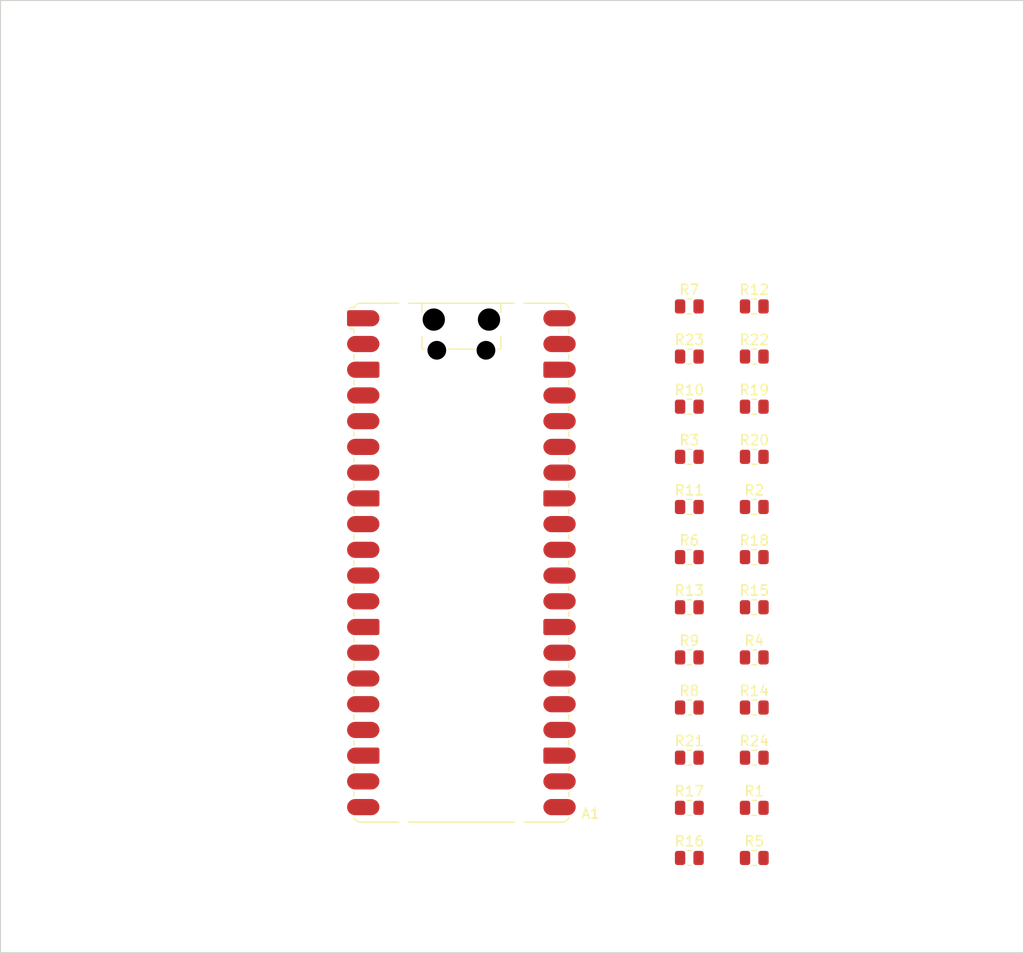
<source format=kicad_pcb>
(kicad_pcb (version 20241229) (generator "pcbnew") (generator_version "9.0")
  (layers (0 "F.Cu" signal) (2 "B.Cu" signal) (13 "F.Paste" user) (15 "B.Paste" user) (5 "F.SilkS" user "F.Silkscreen") (7 "B.SilkS" user "B.Silkscreen") (1 "F.Mask" user) (3 "B.Mask" user) (25 "Edge.Cuts" user))
  (net 0 "")
  (net 2 "Net-(A1-GND-Pad13)")
  (net 35 "+3.3V")
  (net 37 "Net-(R2-Pad2)")
  (net 38 "Net-(R3-Pad2)")
  (net 39 "Net-(R4-Pad2)")
  (net 40 "Net-(R5-Pad2)")
  (net 41 "Net-(R6-Pad2)")
  (net 42 "Net-(R7-Pad2)")
  (net 43 "Net-(R8-Pad2)")
  (net 44 "Net-(R9-Pad2)")
  (net 45 "Net-(R10-Pad2)")
  (net 46 "Net-(R11-Pad2)")
  (net 47 "Net-(R12-Pad2)")
  (net 48 "Net-(R13-Pad2)")
  (net 49 "Net-(R14-Pad2)")
  (net 50 "Net-(R15-Pad2)")
  (net 51 "Net-(R16-Pad2)")
  (net 52 "Net-(R17-Pad2)")
  (net 53 "Net-(R18-Pad2)")
  (net 54 "Net-(R19-Pad2)")
  (net 55 "Net-(R20-Pad2)")
  (net 56 "Net-(R21-Pad2)")
  (net 57 "Net-(R22-Pad2)")
  (net 58 "Net-(R23-Pad2)")
  (net 59 "Net-(R24-Pad2)")
  (footprint "Resistor_SMD:R_0805_2012Metric" (layer "F.Cu") (at 22.5025 -15.4)
    (property "Reference" "R10" (at 0 -1.65 0) (layer "F.SilkS"))
    (property "Value" "R_Small")
    (fp_line (start -0.227064 -0.735) (end 0.227064 -0.735) (stroke (width 0.12)) (layer "F.SilkS"))
    (fp_line (start -0.227064 0.735) (end 0.227064 0.735) (stroke (width 0.12)) (layer "F.SilkS"))
    (pad "1" smd roundrect (at -0.9125 0) (size 1.025 1.4) (layers "F.Cu" "F.Mask" "F.Paste") (roundrect_rratio 0.243902) (net 35 "+3.3V"))
    (pad "2" smd roundrect (at 0.9125 0) (size 1.025 1.4) (layers "F.Cu" "F.Mask" "F.Paste") (roundrect_rratio 0.243902) (net 45 "Net-(R10-Pad2)"))
  )
  (footprint "Resistor_SMD:R_0805_2012Metric" (layer "F.Cu") (at 28.9125 -5.5)
    (property "Reference" "R2" (at 0 -1.65 0) (layer "F.SilkS"))
    (property "Value" "R_Small")
    (fp_line (start -0.227064 -0.735) (end 0.227064 -0.735) (stroke (width 0.12)) (layer "F.SilkS"))
    (fp_line (start -0.227064 0.735) (end 0.227064 0.735) (stroke (width 0.12)) (layer "F.SilkS"))
    (pad "1" smd roundrect (at -0.9125 0) (size 1.025 1.4) (layers "F.Cu" "F.Mask" "F.Paste") (roundrect_rratio 0.243902) (net 35 "+3.3V"))
    (pad "2" smd roundrect (at 0.9125 0) (size 1.025 1.4) (layers "F.Cu" "F.Mask" "F.Paste") (roundrect_rratio 0.243902) (net 37 "Net-(R2-Pad2)"))
  )
  (footprint "Resistor_SMD:R_0805_2012Metric" (layer "F.Cu") (at 22.5025 -20.35)
    (property "Reference" "R23" (at 0 -1.65 0) (layer "F.SilkS"))
    (property "Value" "R_Small")
    (fp_line (start -0.227064 -0.735) (end 0.227064 -0.735) (stroke (width 0.12)) (layer "F.SilkS"))
    (fp_line (start -0.227064 0.735) (end 0.227064 0.735) (stroke (width 0.12)) (layer "F.SilkS"))
    (pad "1" smd roundrect (at -0.9125 0) (size 1.025 1.4) (layers "F.Cu" "F.Mask" "F.Paste") (roundrect_rratio 0.243902) (net 35 "+3.3V"))
    (pad "2" smd roundrect (at 0.9125 0) (size 1.025 1.4) (layers "F.Cu" "F.Mask" "F.Paste") (roundrect_rratio 0.243902) (net 58 "Net-(R23-Pad2)"))
  )
  (footprint "Resistor_SMD:R_0805_2012Metric" (layer "F.Cu") (at 22.5025 9.35)
    (property "Reference" "R9" (at 0 -1.65 0) (layer "F.SilkS"))
    (property "Value" "R_Small")
    (fp_line (start -0.227064 -0.735) (end 0.227064 -0.735) (stroke (width 0.12)) (layer "F.SilkS"))
    (fp_line (start -0.227064 0.735) (end 0.227064 0.735) (stroke (width 0.12)) (layer "F.SilkS"))
    (pad "1" smd roundrect (at -0.9125 0) (size 1.025 1.4) (layers "F.Cu" "F.Mask" "F.Paste") (roundrect_rratio 0.243902) (net 35 "+3.3V"))
    (pad "2" smd roundrect (at 0.9125 0) (size 1.025 1.4) (layers "F.Cu" "F.Mask" "F.Paste") (roundrect_rratio 0.243902) (net 44 "Net-(R9-Pad2)"))
  )
  (footprint "Resistor_SMD:R_0805_2012Metric" (layer "F.Cu") (at 28.9125 -20.35)
    (property "Reference" "R22" (at 0 -1.65 0) (layer "F.SilkS"))
    (property "Value" "R_Small")
    (fp_line (start -0.227064 -0.735) (end 0.227064 -0.735) (stroke (width 0.12)) (layer "F.SilkS"))
    (fp_line (start -0.227064 0.735) (end 0.227064 0.735) (stroke (width 0.12)) (layer "F.SilkS"))
    (pad "1" smd roundrect (at -0.9125 0) (size 1.025 1.4) (layers "F.Cu" "F.Mask" "F.Paste") (roundrect_rratio 0.243902) (net 35 "+3.3V"))
    (pad "2" smd roundrect (at 0.9125 0) (size 1.025 1.4) (layers "F.Cu" "F.Mask" "F.Paste") (roundrect_rratio 0.243902) (net 57 "Net-(R22-Pad2)"))
  )
  (footprint "Resistor_SMD:R_0805_2012Metric" (layer "F.Cu") (at 22.5025 4.4)
    (property "Reference" "R13" (at 0 -1.65 0) (layer "F.SilkS"))
    (property "Value" "R_Small")
    (fp_line (start -0.227064 -0.735) (end 0.227064 -0.735) (stroke (width 0.12)) (layer "F.SilkS"))
    (fp_line (start -0.227064 0.735) (end 0.227064 0.735) (stroke (width 0.12)) (layer "F.SilkS"))
    (pad "1" smd roundrect (at -0.9125 0) (size 1.025 1.4) (layers "F.Cu" "F.Mask" "F.Paste") (roundrect_rratio 0.243902) (net 35 "+3.3V"))
    (pad "2" smd roundrect (at 0.9125 0) (size 1.025 1.4) (layers "F.Cu" "F.Mask" "F.Paste") (roundrect_rratio 0.243902) (net 48 "Net-(R13-Pad2)"))
  )
  (footprint "Resistor_SMD:R_0805_2012Metric" (layer "F.Cu") (at 22.5025 29.15)
    (property "Reference" "R16" (at 0 -1.65 0) (layer "F.SilkS"))
    (property "Value" "R_Small")
    (fp_line (start -0.227064 -0.735) (end 0.227064 -0.735) (stroke (width 0.12)) (layer "F.SilkS"))
    (fp_line (start -0.227064 0.735) (end 0.227064 0.735) (stroke (width 0.12)) (layer "F.SilkS"))
    (pad "1" smd roundrect (at -0.9125 0) (size 1.025 1.4) (layers "F.Cu" "F.Mask" "F.Paste") (roundrect_rratio 0.243902) (net 35 "+3.3V"))
    (pad "2" smd roundrect (at 0.9125 0) (size 1.025 1.4) (layers "F.Cu" "F.Mask" "F.Paste") (roundrect_rratio 0.243902) (net 51 "Net-(R16-Pad2)"))
  )
  (footprint "Resistor_SMD:R_0805_2012Metric" (layer "F.Cu") (at 22.5025 -0.55)
    (property "Reference" "R6" (at 0 -1.65 0) (layer "F.SilkS"))
    (property "Value" "R_Small")
    (fp_line (start -0.227064 -0.735) (end 0.227064 -0.735) (stroke (width 0.12)) (layer "F.SilkS"))
    (fp_line (start -0.227064 0.735) (end 0.227064 0.735) (stroke (width 0.12)) (layer "F.SilkS"))
    (pad "1" smd roundrect (at -0.9125 0) (size 1.025 1.4) (layers "F.Cu" "F.Mask" "F.Paste") (roundrect_rratio 0.243902) (net 35 "+3.3V"))
    (pad "2" smd roundrect (at 0.9125 0) (size 1.025 1.4) (layers "F.Cu" "F.Mask" "F.Paste") (roundrect_rratio 0.243902) (net 41 "Net-(R6-Pad2)"))
  )
  (footprint "Resistor_SMD:R_0805_2012Metric" (layer "F.Cu") (at 28.9125 4.4)
    (property "Reference" "R15" (at 0 -1.65 0) (layer "F.SilkS"))
    (property "Value" "R_Small")
    (fp_line (start -0.227064 -0.735) (end 0.227064 -0.735) (stroke (width 0.12)) (layer "F.SilkS"))
    (fp_line (start -0.227064 0.735) (end 0.227064 0.735) (stroke (width 0.12)) (layer "F.SilkS"))
    (pad "1" smd roundrect (at -0.9125 0) (size 1.025 1.4) (layers "F.Cu" "F.Mask" "F.Paste") (roundrect_rratio 0.243902) (net 35 "+3.3V"))
    (pad "2" smd roundrect (at 0.9125 0) (size 1.025 1.4) (layers "F.Cu" "F.Mask" "F.Paste") (roundrect_rratio 0.243902) (net 50 "Net-(R15-Pad2)"))
  )
  (footprint "Resistor_SMD:R_0805_2012Metric" (layer "F.Cu") (at 28.9125 9.35)
    (property "Reference" "R4" (at 0 -1.65 0) (layer "F.SilkS"))
    (property "Value" "R_Small")
    (fp_line (start -0.227064 -0.735) (end 0.227064 -0.735) (stroke (width 0.12)) (layer "F.SilkS"))
    (fp_line (start -0.227064 0.735) (end 0.227064 0.735) (stroke (width 0.12)) (layer "F.SilkS"))
    (pad "1" smd roundrect (at -0.9125 0) (size 1.025 1.4) (layers "F.Cu" "F.Mask" "F.Paste") (roundrect_rratio 0.243902) (net 35 "+3.3V"))
    (pad "2" smd roundrect (at 0.9125 0) (size 1.025 1.4) (layers "F.Cu" "F.Mask" "F.Paste") (roundrect_rratio 0.243902) (net 39 "Net-(R4-Pad2)"))
  )
  (footprint "Resistor_SMD:R_0805_2012Metric" (layer "F.Cu") (at 28.9125 19.25)
    (property "Reference" "R24" (at 0 -1.65 0) (layer "F.SilkS"))
    (property "Value" "R_Small")
    (fp_line (start -0.227064 -0.735) (end 0.227064 -0.735) (stroke (width 0.12)) (layer "F.SilkS"))
    (fp_line (start -0.227064 0.735) (end 0.227064 0.735) (stroke (width 0.12)) (layer "F.SilkS"))
    (pad "1" smd roundrect (at -0.9125 0) (size 1.025 1.4) (layers "F.Cu" "F.Mask" "F.Paste") (roundrect_rratio 0.243902) (net 35 "+3.3V"))
    (pad "2" smd roundrect (at 0.9125 0) (size 1.025 1.4) (layers "F.Cu" "F.Mask" "F.Paste") (roundrect_rratio 0.243902) (net 59 "Net-(R24-Pad2)"))
  )
  (footprint "Module:RaspberryPi_Pico_Common_SMD" (layer "F.Cu") (at 0 0)
    (property "Reference" "A1" (at 11.7475 24.765 0) (layer "F.SilkS") (effects (justify left)))
    (property "Value" "RaspberryPi_Pico")
    (fp_line (start -10.61 -23.07) (end -11.09 -23.07) (stroke (width 0.12)) (layer "F.SilkS"))
    (fp_line (start -10.61 -23.07) (end -10.61 -22.65) (stroke (width 0.12)) (layer "F.SilkS"))
    (fp_line (start -10.61 -20.53) (end -10.61 -20.11) (stroke (width 0.12)) (layer "F.SilkS"))
    (fp_line (start -10.61 -17.99) (end -10.61 -17.57) (stroke (width 0.12)) (layer "F.SilkS"))
    (fp_line (start -10.61 -15.45) (end -10.61 -15.03) (stroke (width 0.12)) (layer "F.SilkS"))
    (fp_line (start -10.61 -12.91) (end -10.61 -12.49) (stroke (width 0.12)) (layer "F.SilkS"))
    (fp_line (start -10.61 -10.37) (end -10.61 -9.95) (stroke (width 0.12)) (layer "F.SilkS"))
    (fp_line (start -10.61 -7.83) (end -10.61 -7.41) (stroke (width 0.12)) (layer "F.SilkS"))
    (fp_line (start -10.61 -5.29) (end -10.61 -4.87) (stroke (width 0.12)) (layer "F.SilkS"))
    (fp_line (start -10.61 -2.75) (end -10.61 -2.33) (stroke (width 0.12)) (layer "F.SilkS"))
    (fp_line (start -10.61 -0.21) (end -10.61 0.21) (stroke (width 0.12)) (layer "F.SilkS"))
    (fp_line (start -10.61 2.33) (end -10.61 2.75) (stroke (width 0.12)) (layer "F.SilkS"))
    (fp_line (start -10.61 4.87) (end -10.61 5.29) (stroke (width 0.12)) (layer "F.SilkS"))
    (fp_line (start -10.61 7.41) (end -10.61 7.83) (stroke (width 0.12)) (layer "F.SilkS"))
    (fp_line (start -10.61 9.95) (end -10.61 10.37) (stroke (width 0.12)) (layer "F.SilkS"))
    (fp_line (start -10.61 12.49) (end -10.61 12.91) (stroke (width 0.12)) (layer "F.SilkS"))
    (fp_line (start -10.61 15.03) (end -10.61 15.45) (stroke (width 0.12)) (layer "F.SilkS"))
    (fp_line (start -10.61 17.57) (end -10.61 17.99) (stroke (width 0.12)) (layer "F.SilkS"))
    (fp_line (start -10.61 20.11) (end -10.61 20.53) (stroke (width 0.12)) (layer "F.SilkS"))
    (fp_line (start -10.61 22.65) (end -10.61 23.07) (stroke (width 0.12)) (layer "F.SilkS"))
    (fp_line (start -10.579676 -25.19) (end -11.09 -25.19) (stroke (width 0.12)) (layer "F.SilkS"))
    (fp_line (start -10 -25.61) (end -7.51 -25.61) (stroke (width 0.12)) (layer "F.SilkS"))
    (fp_line (start -10 25.61) (end -6.162061 25.61) (stroke (width 0.12)) (layer "F.SilkS"))
    (fp_line (start -7.51 -25.61) (end -6.16206 -25.61) (stroke (width 0.12)) (layer "F.SilkS"))
    (fp_line (start -5.237939 -25.61) (end -4.235 -25.61) (stroke (width 0.12)) (layer "F.SilkS"))
    (fp_line (start -4.235 -25.61) (end 4.235 -25.61) (stroke (width 0.12)) (layer "F.SilkS"))
    (fp_line (start -3.9 -25.61) (end -3.9 -24.694) (stroke (width 0.12)) (layer "F.SilkS"))
    (fp_line (start -3.9 -22.306) (end -3.9 -21.09) (stroke (width 0.12)) (layer "F.SilkS"))
    (fp_line (start -3.9 -21.09) (end -3.60391 -21.09) (stroke (width 0.12)) (layer "F.SilkS"))
    (fp_line (start -3.6 25.61) (end -5.237939 25.61) (stroke (width 0.12)) (layer "F.SilkS"))
    (fp_line (start -1.24609 -21.09) (end 1.24609 -21.09) (stroke (width 0.12)) (layer "F.SilkS"))
    (fp_line (start 3.6 25.61) (end -3.6 25.61) (stroke (width 0.12)) (layer "F.SilkS"))
    (fp_line (start 3.60391 -21.09) (end 3.9 -21.09) (stroke (width 0.12)) (layer "F.SilkS"))
    (fp_line (start 3.9 -25.61) (end 3.9 -24.694) (stroke (width 0.12)) (layer "F.SilkS"))
    (fp_line (start 3.9 -22.306) (end 3.9 -21.09) (stroke (width 0.12)) (layer "F.SilkS"))
    (fp_line (start 4.235 -25.61) (end 5.237939 -25.61) (stroke (width 0.12)) (layer "F.SilkS"))
    (fp_line (start 5.237939 25.61) (end 3.6 25.61) (stroke (width 0.12)) (layer "F.SilkS"))
    (fp_line (start 6.162061 -25.61) (end 7.51 -25.61) (stroke (width 0.12)) (layer "F.SilkS"))
    (fp_line (start 6.162061 25.61) (end 10 25.61) (stroke (width 0.12)) (layer "F.SilkS"))
    (fp_line (start 10 -25.61) (end 7.51 -25.61) (stroke (width 0.12)) (layer "F.SilkS"))
    (fp_line (start 10.61 -23.07) (end 10.61 -22.65) (stroke (width 0.12)) (layer "F.SilkS"))
    (fp_line (start 10.61 -20.53) (end 10.61 -20.11) (stroke (width 0.12)) (layer "F.SilkS"))
    (fp_line (start 10.61 -17.99) (end 10.61 -17.57) (stroke (width 0.12)) (layer "F.SilkS"))
    (fp_line (start 10.61 -15.45) (end 10.61 -15.03) (stroke (width 0.12)) (layer "F.SilkS"))
    (fp_line (start 10.61 -12.91) (end 10.61 -12.49) (stroke (width 0.12)) (layer "F.SilkS"))
    (fp_line (start 10.61 -10.37) (end 10.61 -9.95) (stroke (width 0.12)) (layer "F.SilkS"))
    (fp_line (start 10.61 -7.83) (end 10.61 -7.41) (stroke (width 0.12)) (layer "F.SilkS"))
    (fp_line (start 10.61 -5.29) (end 10.61 -4.87) (stroke (width 0.12)) (layer "F.SilkS"))
    (fp_line (start 10.61 -2.75) (end 10.61 -2.33) (stroke (width 0.12)) (layer "F.SilkS"))
    (fp_line (start 10.61 -0.21) (end 10.61 0.21) (stroke (width 0.12)) (layer "F.SilkS"))
    (fp_line (start 10.61 2.33) (end 10.61 2.75) (stroke (width 0.12)) (layer "F.SilkS"))
    (fp_line (start 10.61 4.87) (end 10.61 5.29) (stroke (width 0.12)) (layer "F.SilkS"))
    (fp_line (start 10.61 7.41) (end 10.61 7.83) (stroke (width 0.12)) (layer "F.SilkS"))
    (fp_line (start 10.61 9.95) (end 10.61 10.37) (stroke (width 0.12)) (layer "F.SilkS"))
    (fp_line (start 10.61 12.49) (end 10.61 12.91) (stroke (width 0.12)) (layer "F.SilkS"))
    (fp_line (start 10.61 15.03) (end 10.61 15.45) (stroke (width 0.12)) (layer "F.SilkS"))
    (fp_line (start 10.61 17.57) (end 10.61 17.99) (stroke (width 0.12)) (layer "F.SilkS"))
    (fp_line (start 10.61 20.11) (end 10.61 20.53) (stroke (width 0.12)) (layer "F.SilkS"))
    (fp_line (start 10.61 22.65) (end 10.61 23.07) (stroke (width 0.12)) (layer "F.SilkS"))
    (fp_arc (start -10.579676 -25.19) (mid -10.357938 -25.493944) (end -10 -25.61) (stroke (width 0.12)) (layer "F.SilkS"))
    (fp_arc (start -10 25.61) (mid -10.357937 25.493944) (end -10.579676 25.189937) (stroke (width 0.12)) (layer "F.SilkS"))
    (fp_arc (start 10 -25.61) (mid 10.357937 -25.493944) (end 10.579676 -25.189937) (stroke (width 0.12)) (layer "F.SilkS"))
    (fp_arc (start 10.579676 25.189937) (mid 10.357946 25.493957) (end 10 25.61) (stroke (width 0.12)) (layer "F.SilkS"))
    (pad "" smd rect (at -8.89 -24.13) (size 3.8 2.2) (drill (offset -0.8 0)) (layers "F.Paste"))
    (pad "" smd rect (at -8.89 -21.59) (size 3.8 2.2) (drill (offset -0.8 0)) (layers "F.Paste"))
    (pad "" smd rect (at -8.89 -19.05) (size 3.8 2.2) (drill (offset -0.8 0)) (layers "F.Paste"))
    (pad "" smd rect (at -8.89 -16.51) (size 3.8 2.2) (drill (offset -0.8 0)) (layers "F.Paste"))
    (pad "" smd rect (at -8.89 -13.97) (size 3.8 2.2) (drill (offset -0.8 0)) (layers "F.Paste"))
    (pad "" smd rect (at -8.89 -11.43) (size 3.8 2.2) (drill (offset -0.8 0)) (layers "F.Paste"))
    (pad "" smd rect (at -8.89 -8.89) (size 3.8 2.2) (drill (offset -0.8 0)) (layers "F.Paste"))
    (pad "" smd rect (at -8.89 -6.35) (size 3.8 2.2) (drill (offset -0.8 0)) (layers "F.Paste"))
    (pad "" smd rect (at -8.89 -3.81) (size 3.8 2.2) (drill (offset -0.8 0)) (layers "F.Paste"))
    (pad "" smd rect (at -8.89 -1.27) (size 3.8 2.2) (drill (offset -0.8 0)) (layers "F.Paste"))
    (pad "" smd rect (at -8.89 1.27) (size 3.8 2.2) (drill (offset -0.8 0)) (layers "F.Paste"))
    (pad "" smd rect (at -8.89 3.81) (size 3.8 2.2) (drill (offset -0.8 0)) (layers "F.Paste"))
    (pad "" smd rect (at -8.89 6.35) (size 3.8 2.2) (drill (offset -0.8 0)) (layers "F.Paste"))
    (pad "" smd rect (at -8.89 8.89) (size 3.8 2.2) (drill (offset -0.8 0)) (layers "F.Paste"))
    (pad "" smd rect (at -8.89 11.43) (size 3.8 2.2) (drill (offset -0.8 0)) (layers "F.Paste"))
    (pad "" smd rect (at -8.89 13.97) (size 3.8 2.2) (drill (offset -0.8 0)) (layers "F.Paste"))
    (pad "" smd rect (at -8.89 16.51) (size 3.8 2.2) (drill (offset -0.8 0)) (layers "F.Paste"))
    (pad "" smd rect (at -8.89 19.05) (size 3.8 2.2) (drill (offset -0.8 0)) (layers "F.Paste"))
    (pad "" smd rect (at -8.89 21.59) (size 3.8 2.2) (drill (offset -0.8 0)) (layers "F.Paste"))
    (pad "" smd rect (at -8.89 24.13) (size 3.8 2.2) (drill (offset -0.8 0)) (layers "F.Paste"))
    (pad "" np_thru_hole circle (at -2.725 -24) (size 2.2 2.2) (drill 2.2) (layers "*.Mask"))
    (pad "" np_thru_hole circle (at -2.425 -20.97) (size 1.85 1.85) (drill 1.85) (layers "*.Mask"))
    (pad "" np_thru_hole circle (at 2.425 -20.97) (size 1.85 1.85) (drill 1.85) (layers "*.Mask"))
    (pad "" np_thru_hole circle (at 2.725 -24) (size 2.2 2.2) (drill 2.2) (layers "*.Mask"))
    (pad "" smd rect (at 8.89 -24.13) (size 3.8 2.2) (drill (offset 0.8 0)) (layers "F.Paste"))
    (pad "" smd rect (at 8.89 -21.59) (size 3.8 2.2) (drill (offset 0.8 0)) (layers "F.Paste"))
    (pad "" smd rect (at 8.89 -19.05) (size 3.8 2.2) (drill (offset 0.8 0)) (layers "F.Paste"))
    (pad "" smd rect (at 8.89 -16.51) (size 3.8 2.2) (drill (offset 0.8 0)) (layers "F.Paste"))
    (pad "" smd rect (at 8.89 -13.97) (size 3.8 2.2) (drill (offset 0.8 0)) (layers "F.Paste"))
    (pad "" smd rect (at 8.89 -11.43) (size 3.8 2.2) (drill (offset 0.8 0)) (layers "F.Paste"))
    (pad "" smd rect (at 8.89 -8.89) (size 3.8 2.2) (drill (offset 0.8 0)) (layers "F.Paste"))
    (pad "" smd rect (at 8.89 -6.35) (size 3.8 2.2) (drill (offset 0.8 0)) (layers "F.Paste"))
    (pad "" smd rect (at 8.89 -3.81) (size 3.8 2.2) (drill (offset 0.8 0)) (layers "F.Paste"))
    (pad "" smd rect (at 8.89 -1.27) (size 3.8 2.2) (drill (offset 0.8 0)) (layers "F.Paste"))
    (pad "" smd rect (at 8.89 1.27) (size 3.8 2.2) (drill (offset 0.8 0)) (layers "F.Paste"))
    (pad "" smd rect (at 8.89 3.81) (size 3.8 2.2) (drill (offset 0.8 0)) (layers "F.Paste"))
    (pad "" smd rect (at 8.89 6.35) (size 3.8 2.2) (drill (offset 0.8 0)) (layers "F.Paste"))
    (pad "" smd rect (at 8.89 8.89) (size 3.8 2.2) (drill (offset 0.8 0)) (layers "F.Paste"))
    (pad "" smd rect (at 8.89 11.43) (size 3.8 2.2) (drill (offset 0.8 0)) (layers "F.Paste"))
    (pad "" smd rect (at 8.89 13.97) (size 3.8 2.2) (drill (offset 0.8 0)) (layers "F.Paste"))
    (pad "" smd rect (at 8.89 16.51) (size 3.8 2.2) (drill (offset 0.8 0)) (layers "F.Paste"))
    (pad "" smd rect (at 8.89 19.05) (size 3.8 2.2) (drill (offset 0.8 0)) (layers "F.Paste"))
    (pad "" smd rect (at 8.89 21.59) (size 3.8 2.2) (drill (offset 0.8 0)) (layers "F.Paste"))
    (pad "" smd rect (at 8.89 24.13) (size 3.8 2.2) (drill (offset 0.8 0)) (layers "F.Paste"))
    (pad "1" smd custom (at -9.69 -24.13) (size 1.6 0.8) (layers "F.Cu" "F.Mask") (options (clearance outline) (anchor rect)) (primitives (gr_circle (center 0.8 0) (end 1.6 0) (width 0) (fill yes)) (gr_poly (pts (xy -1.6 -0.6) (xy -1.6 0.6) (xy -1.4 0.8) (xy 0.8 0.8) (xy 0.8 -0.8) (xy -1.4 -0.8)) (width 0) (fill yes)) (gr_circle (center -1.4 -0.6) (end -1.2 -0.6) (width 0) (fill yes)) (gr_circle (center -1.4 0.6) (end -1.2 0.6) (width 0) (fill yes))))
    (pad "2" smd roundrect (at -9.69 -21.59) (size 3.2 1.6) (layers "F.Cu" "F.Mask") (roundrect_rratio 0.5))
    (pad "3" smd custom (at -9.69 -19.05) (size 1.6 0.8) (layers "F.Cu" "F.Mask") (net 2 "Net-(A1-GND-Pad13)") (options (clearance outline) (anchor rect)) (primitives (gr_circle (center -0.8 0) (end 0 0) (width 0) (fill yes)) (gr_poly (pts (xy 1.6 -0.6) (xy 1.6 0.6) (xy 1.4 0.8) (xy -0.8 0.8) (xy -0.8 -0.8) (xy 1.4 -0.8)) (width 0) (fill yes)) (gr_circle (center 1.4 -0.6) (end 1.6 -0.6) (width 0) (fill yes)) (gr_circle (center 1.4 0.6) (end 1.6 0.6) (width 0) (fill yes))))
    (pad "4" smd roundrect (at -9.69 -16.51) (size 3.2 1.6) (layers "F.Cu" "F.Mask") (roundrect_rratio 0.5))
    (pad "5" smd roundrect (at -9.69 -13.97) (size 3.2 1.6) (layers "F.Cu" "F.Mask") (roundrect_rratio 0.5))
    (pad "6" smd roundrect (at -9.69 -11.43) (size 3.2 1.6) (layers "F.Cu" "F.Mask") (roundrect_rratio 0.5))
    (pad "7" smd roundrect (at -9.69 -8.89) (size 3.2 1.6) (layers "F.Cu" "F.Mask") (roundrect_rratio 0.5))
    (pad "8" smd custom (at -9.69 -6.35) (size 1.6 0.8) (layers "F.Cu" "F.Mask") (net 2 "Net-(A1-GND-Pad13)") (options (clearance outline) (anchor rect)) (primitives (gr_circle (center -0.8 0) (end 0 0) (width 0) (fill yes)) (gr_poly (pts (xy 1.6 -0.6) (xy 1.6 0.6) (xy 1.4 0.8) (xy -0.8 0.8) (xy -0.8 -0.8) (xy 1.4 -0.8)) (width 0) (fill yes)) (gr_circle (center 1.4 -0.6) (end 1.6 -0.6) (width 0) (fill yes)) (gr_circle (center 1.4 0.6) (end 1.6 0.6) (width 0) (fill yes))))
    (pad "9" smd roundrect (at -9.69 -3.81) (size 3.2 1.6) (layers "F.Cu" "F.Mask") (roundrect_rratio 0.5))
    (pad "10" smd roundrect (at -9.69 -1.27) (size 3.2 1.6) (layers "F.Cu" "F.Mask") (roundrect_rratio 0.5))
    (pad "11" smd roundrect (at -9.69 1.27) (size 3.2 1.6) (layers "F.Cu" "F.Mask") (roundrect_rratio 0.5))
    (pad "12" smd roundrect (at -9.69 3.81) (size 3.2 1.6) (layers "F.Cu" "F.Mask") (roundrect_rratio 0.5))
    (pad "13" smd custom (at -9.69 6.35) (size 1.6 0.8) (layers "F.Cu" "F.Mask") (net 2 "Net-(A1-GND-Pad13)") (options (clearance outline) (anchor rect)) (primitives (gr_circle (center -0.8 0) (end 0 0) (width 0) (fill yes)) (gr_poly (pts (xy 1.6 -0.6) (xy 1.6 0.6) (xy 1.4 0.8) (xy -0.8 0.8) (xy -0.8 -0.8) (xy 1.4 -0.8)) (width 0) (fill yes)) (gr_circle (center 1.4 -0.6) (end 1.6 -0.6) (width 0) (fill yes)) (gr_circle (center 1.4 0.6) (end 1.6 0.6) (width 0) (fill yes))))
    (pad "14" smd roundrect (at -9.69 8.89) (size 3.2 1.6) (layers "F.Cu" "F.Mask") (roundrect_rratio 0.5))
    (pad "15" smd roundrect (at -9.69 11.43) (size 3.2 1.6) (layers "F.Cu" "F.Mask") (roundrect_rratio 0.5))
    (pad "16" smd roundrect (at -9.69 13.97) (size 3.2 1.6) (layers "F.Cu" "F.Mask") (roundrect_rratio 0.5))
    (pad "17" smd roundrect (at -9.69 16.51) (size 3.2 1.6) (layers "F.Cu" "F.Mask") (roundrect_rratio 0.5))
    (pad "18" smd custom (at -9.69 19.05) (size 1.6 0.8) (layers "F.Cu" "F.Mask") (net 2 "Net-(A1-GND-Pad13)") (options (clearance outline) (anchor rect)) (primitives (gr_circle (center -0.8 0) (end 0 0) (width 0) (fill yes)) (gr_poly (pts (xy 1.6 -0.6) (xy 1.6 0.6) (xy 1.4 0.8) (xy -0.8 0.8) (xy -0.8 -0.8) (xy 1.4 -0.8)) (width 0) (fill yes)) (gr_circle (center 1.4 -0.6) (end 1.6 -0.6) (width 0) (fill yes)) (gr_circle (center 1.4 0.6) (end 1.6 0.6) (width 0) (fill yes))))
    (pad "19" smd roundrect (at -9.69 21.59) (size 3.2 1.6) (layers "F.Cu" "F.Mask") (roundrect_rratio 0.5))
    (pad "20" smd roundrect (at -9.69 24.13) (size 3.2 1.6) (layers "F.Cu" "F.Mask") (roundrect_rratio 0.5))
    (pad "21" smd roundrect (at 9.69 24.13) (size 3.2 1.6) (layers "F.Cu" "F.Mask") (roundrect_rratio 0.5))
    (pad "22" smd roundrect (at 9.69 21.59) (size 3.2 1.6) (layers "F.Cu" "F.Mask") (roundrect_rratio 0.5))
    (pad "23" smd custom (at 9.69 19.05) (size 1.6 0.8) (layers "F.Cu" "F.Mask") (net 2 "Net-(A1-GND-Pad13)") (options (clearance outline) (anchor rect)) (primitives (gr_circle (center 0.8 0) (end 1.6 0) (width 0) (fill yes)) (gr_poly (pts (xy -1.6 -0.6) (xy -1.6 0.6) (xy -1.4 0.8) (xy 0.8 0.8) (xy 0.8 -0.8) (xy -1.4 -0.8)) (width 0) (fill yes)) (gr_circle (center -1.4 -0.6) (end -1.2 -0.6) (width 0) (fill yes)) (gr_circle (center -1.4 0.6) (end -1.2 0.6) (width 0) (fill yes))))
    (pad "24" smd roundrect (at 9.69 16.51) (size 3.2 1.6) (layers "F.Cu" "F.Mask") (roundrect_rratio 0.5))
    (pad "25" smd roundrect (at 9.69 13.97) (size 3.2 1.6) (layers "F.Cu" "F.Mask") (roundrect_rratio 0.5))
    (pad "26" smd roundrect (at 9.69 11.43) (size 3.2 1.6) (layers "F.Cu" "F.Mask") (roundrect_rratio 0.5))
    (pad "27" smd roundrect (at 9.69 8.89) (size 3.2 1.6) (layers "F.Cu" "F.Mask") (roundrect_rratio 0.5))
    (pad "28" smd custom (at 9.69 6.35) (size 1.6 0.8) (layers "F.Cu" "F.Mask") (net 2 "Net-(A1-GND-Pad13)") (options (clearance outline) (anchor rect)) (primitives (gr_circle (center 0.8 0) (end 1.6 0) (width 0) (fill yes)) (gr_poly (pts (xy -1.6 -0.6) (xy -1.6 0.6) (xy -1.4 0.8) (xy 0.8 0.8) (xy 0.8 -0.8) (xy -1.4 -0.8)) (width 0) (fill yes)) (gr_circle (center -1.4 -0.6) (end -1.2 -0.6) (width 0) (fill yes)) (gr_circle (center -1.4 0.6) (end -1.2 0.6) (width 0) (fill yes))))
    (pad "29" smd roundrect (at 9.69 3.81) (size 3.2 1.6) (layers "F.Cu" "F.Mask") (roundrect_rratio 0.5))
    (pad "30" smd roundrect (at 9.69 1.27) (size 3.2 1.6) (layers "F.Cu" "F.Mask") (roundrect_rratio 0.5))
    (pad "31" smd roundrect (at 9.69 -1.27) (size 3.2 1.6) (layers "F.Cu" "F.Mask") (roundrect_rratio 0.5))
    (pad "32" smd roundrect (at 9.69 -3.81) (size 3.2 1.6) (layers "F.Cu" "F.Mask") (roundrect_rratio 0.5))
    (pad "33" smd custom (at 9.69 -6.35) (size 1.6 0.8) (layers "F.Cu" "F.Mask") (options (clearance outline) (anchor rect)) (primitives (gr_circle (center 0.8 0) (end 1.6 0) (width 0) (fill yes)) (gr_poly (pts (xy -1.6 -0.6) (xy -1.6 0.6) (xy -1.4 0.8) (xy 0.8 0.8) (xy 0.8 -0.8) (xy -1.4 -0.8)) (width 0) (fill yes)) (gr_circle (center -1.4 -0.6) (end -1.2 -0.6) (width 0) (fill yes)) (gr_circle (center -1.4 0.6) (end -1.2 0.6) (width 0) (fill yes))))
    (pad "34" smd roundrect (at 9.69 -8.89) (size 3.2 1.6) (layers "F.Cu" "F.Mask") (roundrect_rratio 0.5))
    (pad "35" smd roundrect (at 9.69 -11.43) (size 3.2 1.6) (layers "F.Cu" "F.Mask") (roundrect_rratio 0.5))
    (pad "36" smd roundrect (at 9.69 -13.97) (size 3.2 1.6) (layers "F.Cu" "F.Mask") (roundrect_rratio 0.5))
    (pad "37" smd roundrect (at 9.69 -16.51) (size 3.2 1.6) (layers "F.Cu" "F.Mask") (roundrect_rratio 0.5))
    (pad "38" smd custom (at 9.69 -19.05) (size 1.6 0.8) (layers "F.Cu" "F.Mask") (net 2 "Net-(A1-GND-Pad13)") (options (clearance outline) (anchor rect)) (primitives (gr_circle (center 0.8 0) (end 1.6 0) (width 0) (fill yes)) (gr_poly (pts (xy -1.6 -0.6) (xy -1.6 0.6) (xy -1.4 0.8) (xy 0.8 0.8) (xy 0.8 -0.8) (xy -1.4 -0.8)) (width 0) (fill yes)) (gr_circle (center -1.4 -0.6) (end -1.2 -0.6) (width 0) (fill yes)) (gr_circle (center -1.4 0.6) (end -1.2 0.6) (width 0) (fill yes))))
    (pad "39" smd roundrect (at 9.69 -21.59) (size 3.2 1.6) (layers "F.Cu" "F.Mask") (roundrect_rratio 0.5))
    (pad "40" smd roundrect (at 9.69 -24.13) (size 3.2 1.6) (layers "F.Cu" "F.Mask") (roundrect_rratio 0.5))
  )
  (footprint "Resistor_SMD:R_0805_2012Metric" (layer "F.Cu") (at 28.9125 -15.4)
    (property "Reference" "R19" (at 0 -1.65 0) (layer "F.SilkS"))
    (property "Value" "R_Small")
    (fp_line (start -0.227064 -0.735) (end 0.227064 -0.735) (stroke (width 0.12)) (layer "F.SilkS"))
    (fp_line (start -0.227064 0.735) (end 0.227064 0.735) (stroke (width 0.12)) (layer "F.SilkS"))
    (pad "1" smd roundrect (at -0.9125 0) (size 1.025 1.4) (layers "F.Cu" "F.Mask" "F.Paste") (roundrect_rratio 0.243902) (net 35 "+3.3V"))
    (pad "2" smd roundrect (at 0.9125 0) (size 1.025 1.4) (layers "F.Cu" "F.Mask" "F.Paste") (roundrect_rratio 0.243902) (net 54 "Net-(R19-Pad2)"))
  )
  (footprint "Resistor_SMD:R_0805_2012Metric" (layer "F.Cu") (at 28.9125 -0.55)
    (property "Reference" "R18" (at 0 -1.65 0) (layer "F.SilkS"))
    (property "Value" "R_Small")
    (fp_line (start -0.227064 -0.735) (end 0.227064 -0.735) (stroke (width 0.12)) (layer "F.SilkS"))
    (fp_line (start -0.227064 0.735) (end 0.227064 0.735) (stroke (width 0.12)) (layer "F.SilkS"))
    (pad "1" smd roundrect (at -0.9125 0) (size 1.025 1.4) (layers "F.Cu" "F.Mask" "F.Paste") (roundrect_rratio 0.243902) (net 35 "+3.3V"))
    (pad "2" smd roundrect (at 0.9125 0) (size 1.025 1.4) (layers "F.Cu" "F.Mask" "F.Paste") (roundrect_rratio 0.243902) (net 53 "Net-(R18-Pad2)"))
  )
  (footprint "Resistor_SMD:R_0805_2012Metric" (layer "F.Cu") (at 22.5025 -25.3)
    (property "Reference" "R7" (at 0 -1.65 0) (layer "F.SilkS"))
    (property "Value" "R_Small")
    (fp_line (start -0.227064 -0.735) (end 0.227064 -0.735) (stroke (width 0.12)) (layer "F.SilkS"))
    (fp_line (start -0.227064 0.735) (end 0.227064 0.735) (stroke (width 0.12)) (layer "F.SilkS"))
    (pad "1" smd roundrect (at -0.9125 0) (size 1.025 1.4) (layers "F.Cu" "F.Mask" "F.Paste") (roundrect_rratio 0.243902) (net 35 "+3.3V"))
    (pad "2" smd roundrect (at 0.9125 0) (size 1.025 1.4) (layers "F.Cu" "F.Mask" "F.Paste") (roundrect_rratio 0.243902) (net 42 "Net-(R7-Pad2)"))
  )
  (footprint "Resistor_SMD:R_0805_2012Metric" (layer "F.Cu") (at 28.9125 24.2)
    (property "Reference" "R1" (at 0 -1.65 0) (layer "F.SilkS"))
    (property "Value" "R_Small")
    (fp_line (start -0.227064 -0.735) (end 0.227064 -0.735) (stroke (width 0.12)) (layer "F.SilkS"))
    (fp_line (start -0.227064 0.735) (end 0.227064 0.735) (stroke (width 0.12)) (layer "F.SilkS"))
    (pad "1" smd roundrect (at -0.9125 0) (size 1.025 1.4) (layers "F.Cu" "F.Mask" "F.Paste") (roundrect_rratio 0.243902) (net 35 "+3.3V"))
    (pad "2" smd roundrect (at 0.9125 0) (size 1.025 1.4) (layers "F.Cu" "F.Mask" "F.Paste") (roundrect_rratio 0.243902))
  )
  (footprint "Resistor_SMD:R_0805_2012Metric" (layer "F.Cu") (at 28.9125 14.3)
    (property "Reference" "R14" (at 0 -1.65 0) (layer "F.SilkS"))
    (property "Value" "R_Small")
    (fp_line (start -0.227064 -0.735) (end 0.227064 -0.735) (stroke (width 0.12)) (layer "F.SilkS"))
    (fp_line (start -0.227064 0.735) (end 0.227064 0.735) (stroke (width 0.12)) (layer "F.SilkS"))
    (pad "1" smd roundrect (at -0.9125 0) (size 1.025 1.4) (layers "F.Cu" "F.Mask" "F.Paste") (roundrect_rratio 0.243902) (net 35 "+3.3V"))
    (pad "2" smd roundrect (at 0.9125 0) (size 1.025 1.4) (layers "F.Cu" "F.Mask" "F.Paste") (roundrect_rratio 0.243902) (net 49 "Net-(R14-Pad2)"))
  )
  (footprint "Resistor_SMD:R_0805_2012Metric" (layer "F.Cu") (at 22.5025 19.25)
    (property "Reference" "R21" (at 0 -1.65 0) (layer "F.SilkS"))
    (property "Value" "R_Small")
    (fp_line (start -0.227064 -0.735) (end 0.227064 -0.735) (stroke (width 0.12)) (layer "F.SilkS"))
    (fp_line (start -0.227064 0.735) (end 0.227064 0.735) (stroke (width 0.12)) (layer "F.SilkS"))
    (pad "1" smd roundrect (at -0.9125 0) (size 1.025 1.4) (layers "F.Cu" "F.Mask" "F.Paste") (roundrect_rratio 0.243902) (net 35 "+3.3V"))
    (pad "2" smd roundrect (at 0.9125 0) (size 1.025 1.4) (layers "F.Cu" "F.Mask" "F.Paste") (roundrect_rratio 0.243902) (net 56 "Net-(R21-Pad2)"))
  )
  (footprint "Resistor_SMD:R_0805_2012Metric" (layer "F.Cu") (at 22.5025 24.2)
    (property "Reference" "R17" (at 0 -1.65 0) (layer "F.SilkS"))
    (property "Value" "R_Small")
    (fp_line (start -0.227064 -0.735) (end 0.227064 -0.735) (stroke (width 0.12)) (layer "F.SilkS"))
    (fp_line (start -0.227064 0.735) (end 0.227064 0.735) (stroke (width 0.12)) (layer "F.SilkS"))
    (pad "1" smd roundrect (at -0.9125 0) (size 1.025 1.4) (layers "F.Cu" "F.Mask" "F.Paste") (roundrect_rratio 0.243902) (net 35 "+3.3V"))
    (pad "2" smd roundrect (at 0.9125 0) (size 1.025 1.4) (layers "F.Cu" "F.Mask" "F.Paste") (roundrect_rratio 0.243902) (net 52 "Net-(R17-Pad2)"))
  )
  (footprint "Resistor_SMD:R_0805_2012Metric" (layer "F.Cu") (at 28.9125 -10.45)
    (property "Reference" "R20" (at 0 -1.65 0) (layer "F.SilkS"))
    (property "Value" "R_Small")
    (fp_line (start -0.227064 -0.735) (end 0.227064 -0.735) (stroke (width 0.12)) (layer "F.SilkS"))
    (fp_line (start -0.227064 0.735) (end 0.227064 0.735) (stroke (width 0.12)) (layer "F.SilkS"))
    (pad "1" smd roundrect (at -0.9125 0) (size 1.025 1.4) (layers "F.Cu" "F.Mask" "F.Paste") (roundrect_rratio 0.243902) (net 35 "+3.3V"))
    (pad "2" smd roundrect (at 0.9125 0) (size 1.025 1.4) (layers "F.Cu" "F.Mask" "F.Paste") (roundrect_rratio 0.243902) (net 55 "Net-(R20-Pad2)"))
  )
  (footprint "Resistor_SMD:R_0805_2012Metric" (layer "F.Cu") (at 22.5025 14.3)
    (property "Reference" "R8" (at 0 -1.65 0) (layer "F.SilkS"))
    (property "Value" "R_Small")
    (fp_line (start -0.227064 -0.735) (end 0.227064 -0.735) (stroke (width 0.12)) (layer "F.SilkS"))
    (fp_line (start -0.227064 0.735) (end 0.227064 0.735) (stroke (width 0.12)) (layer "F.SilkS"))
    (pad "1" smd roundrect (at -0.9125 0) (size 1.025 1.4) (layers "F.Cu" "F.Mask" "F.Paste") (roundrect_rratio 0.243902) (net 35 "+3.3V"))
    (pad "2" smd roundrect (at 0.9125 0) (size 1.025 1.4) (layers "F.Cu" "F.Mask" "F.Paste") (roundrect_rratio 0.243902) (net 43 "Net-(R8-Pad2)"))
  )
  (footprint "Resistor_SMD:R_0805_2012Metric" (layer "F.Cu") (at 28.9125 29.15)
    (property "Reference" "R5" (at 0 -1.65 0) (layer "F.SilkS"))
    (property "Value" "R_Small")
    (fp_line (start -0.227064 -0.735) (end 0.227064 -0.735) (stroke (width 0.12)) (layer "F.SilkS"))
    (fp_line (start -0.227064 0.735) (end 0.227064 0.735) (stroke (width 0.12)) (layer "F.SilkS"))
    (pad "1" smd roundrect (at -0.9125 0) (size 1.025 1.4) (layers "F.Cu" "F.Mask" "F.Paste") (roundrect_rratio 0.243902) (net 35 "+3.3V"))
    (pad "2" smd roundrect (at 0.9125 0) (size 1.025 1.4) (layers "F.Cu" "F.Mask" "F.Paste") (roundrect_rratio 0.243902) (net 40 "Net-(R5-Pad2)"))
  )
  (footprint "Resistor_SMD:R_0805_2012Metric" (layer "F.Cu") (at 22.5025 -10.45)
    (property "Reference" "R3" (at 0 -1.65 0) (layer "F.SilkS"))
    (property "Value" "R_Small")
    (fp_line (start -0.227064 -0.735) (end 0.227064 -0.735) (stroke (width 0.12)) (layer "F.SilkS"))
    (fp_line (start -0.227064 0.735) (end 0.227064 0.735) (stroke (width 0.12)) (layer "F.SilkS"))
    (pad "1" smd roundrect (at -0.9125 0) (size 1.025 1.4) (layers "F.Cu" "F.Mask" "F.Paste") (roundrect_rratio 0.243902) (net 35 "+3.3V"))
    (pad "2" smd roundrect (at 0.9125 0) (size 1.025 1.4) (layers "F.Cu" "F.Mask" "F.Paste") (roundrect_rratio 0.243902) (net 38 "Net-(R3-Pad2)"))
  )
  (footprint "Resistor_SMD:R_0805_2012Metric" (layer "F.Cu") (at 28.9125 -25.3)
    (property "Reference" "R12" (at 0 -1.65 0) (layer "F.SilkS"))
    (property "Value" "R_Small")
    (fp_line (start -0.227064 -0.735) (end 0.227064 -0.735) (stroke (width 0.12)) (layer "F.SilkS"))
    (fp_line (start -0.227064 0.735) (end 0.227064 0.735) (stroke (width 0.12)) (layer "F.SilkS"))
    (pad "1" smd roundrect (at -0.9125 0) (size 1.025 1.4) (layers "F.Cu" "F.Mask" "F.Paste") (roundrect_rratio 0.243902) (net 35 "+3.3V"))
    (pad "2" smd roundrect (at 0.9125 0) (size 1.025 1.4) (layers "F.Cu" "F.Mask" "F.Paste") (roundrect_rratio 0.243902) (net 47 "Net-(R12-Pad2)"))
  )
  (footprint "Resistor_SMD:R_0805_2012Metric" (layer "F.Cu") (at 22.5025 -5.5)
    (property "Reference" "R11" (at 0 -1.65 0) (layer "F.SilkS"))
    (property "Value" "R_Small")
    (fp_line (start -0.227064 -0.735) (end 0.227064 -0.735) (stroke (width 0.12)) (layer "F.SilkS"))
    (fp_line (start -0.227064 0.735) (end 0.227064 0.735) (stroke (width 0.12)) (layer "F.SilkS"))
    (pad "1" smd roundrect (at -0.9125 0) (size 1.025 1.4) (layers "F.Cu" "F.Mask" "F.Paste") (roundrect_rratio 0.243902) (net 35 "+3.3V"))
    (pad "2" smd roundrect (at 0.9125 0) (size 1.025 1.4) (layers "F.Cu" "F.Mask" "F.Paste") (roundrect_rratio 0.243902) (net 46 "Net-(R11-Pad2)"))
  )
  (gr_rect (start -45.5 -55.5) (end 55.5 38.5) (stroke (width 0.1)) (fill no) (layer "Edge.Cuts"))
)
</source>
